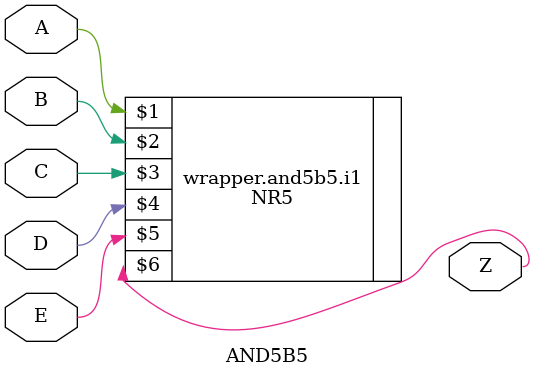
<source format=v>
`resetall
`timescale 1 ns / 100 ps

/* Created by DB2VERILOG Version 1.0.1.1 on Mon May 16 15:29:22 1994 */
/* module compiled from "lsl2db 3.6.4" run */


`celldefine
module  AND5B5  (A, B, C, D, E, Z);
input  A, B, C, D, E;
output Z;
NR5 \wrapper.and5b5.i1 (A, B, C, D, E, Z);

endmodule 
`endcelldefine

</source>
